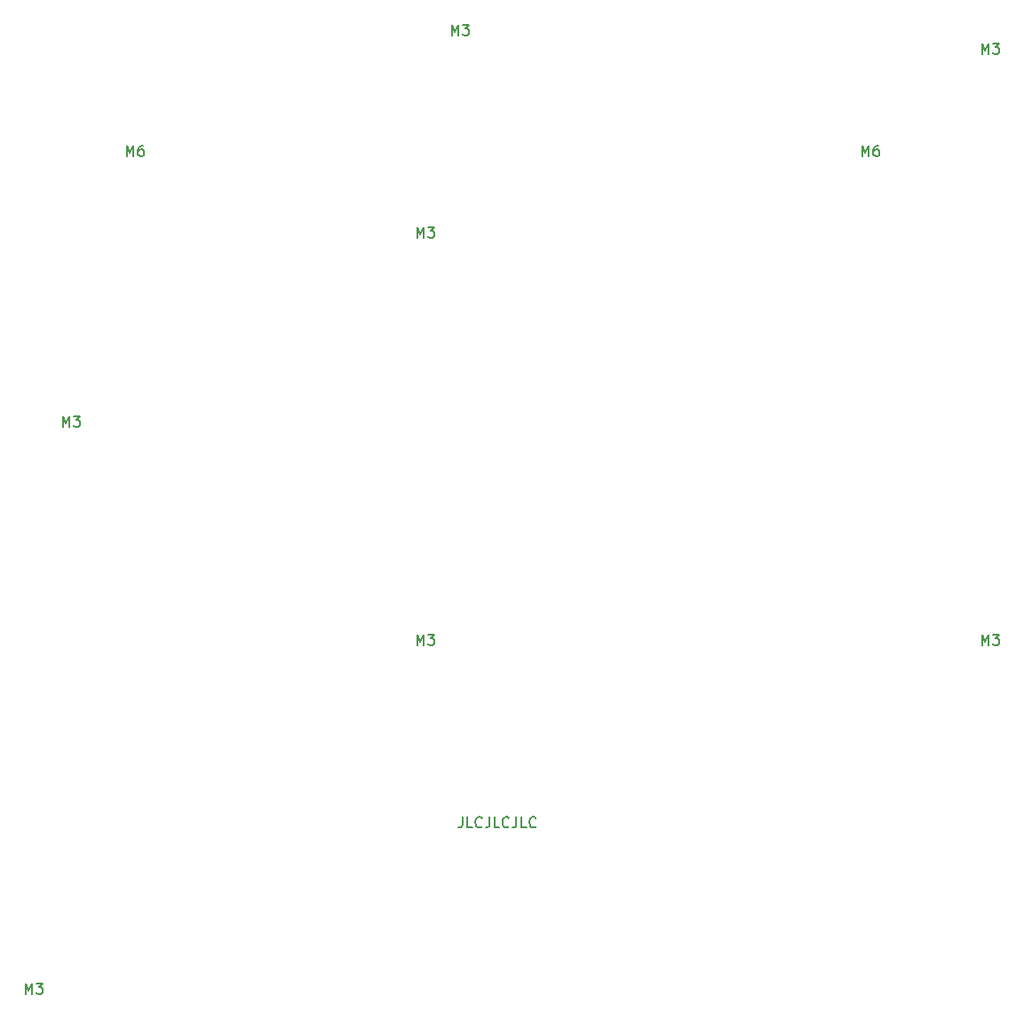
<source format=gto>
G04 #@! TF.GenerationSoftware,KiCad,Pcbnew,(5.1.9)-1*
G04 #@! TF.CreationDate,2021-06-17T16:54:06+01:00*
G04 #@! TF.ProjectId,AutoPilotBottom,4175746f-5069-46c6-9f74-426f74746f6d,0.3*
G04 #@! TF.SameCoordinates,Original*
G04 #@! TF.FileFunction,Legend,Top*
G04 #@! TF.FilePolarity,Positive*
%FSLAX46Y46*%
G04 Gerber Fmt 4.6, Leading zero omitted, Abs format (unit mm)*
G04 Created by KiCad (PCBNEW (5.1.9)-1) date 2021-06-17 16:54:06*
%MOMM*%
%LPD*%
G01*
G04 APERTURE LIST*
%ADD10C,0.200000*%
%ADD11C,0.150000*%
%ADD12C,0.177800*%
%ADD13C,3.200000*%
%ADD14C,6.400000*%
%ADD15C,12.800000*%
G04 APERTURE END LIST*
D10*
X122142666Y-127214380D02*
X122142666Y-127928666D01*
X122095047Y-128071523D01*
X121999809Y-128166761D01*
X121856952Y-128214380D01*
X121761714Y-128214380D01*
X123095047Y-128214380D02*
X122618857Y-128214380D01*
X122618857Y-127214380D01*
X123999809Y-128119142D02*
X123952190Y-128166761D01*
X123809333Y-128214380D01*
X123714095Y-128214380D01*
X123571238Y-128166761D01*
X123476000Y-128071523D01*
X123428380Y-127976285D01*
X123380761Y-127785809D01*
X123380761Y-127642952D01*
X123428380Y-127452476D01*
X123476000Y-127357238D01*
X123571238Y-127262000D01*
X123714095Y-127214380D01*
X123809333Y-127214380D01*
X123952190Y-127262000D01*
X123999809Y-127309619D01*
X124714095Y-127214380D02*
X124714095Y-127928666D01*
X124666476Y-128071523D01*
X124571238Y-128166761D01*
X124428380Y-128214380D01*
X124333142Y-128214380D01*
X125666476Y-128214380D02*
X125190285Y-128214380D01*
X125190285Y-127214380D01*
X126571238Y-128119142D02*
X126523619Y-128166761D01*
X126380761Y-128214380D01*
X126285523Y-128214380D01*
X126142666Y-128166761D01*
X126047428Y-128071523D01*
X125999809Y-127976285D01*
X125952190Y-127785809D01*
X125952190Y-127642952D01*
X125999809Y-127452476D01*
X126047428Y-127357238D01*
X126142666Y-127262000D01*
X126285523Y-127214380D01*
X126380761Y-127214380D01*
X126523619Y-127262000D01*
X126571238Y-127309619D01*
X127285523Y-127214380D02*
X127285523Y-127928666D01*
X127237904Y-128071523D01*
X127142666Y-128166761D01*
X126999809Y-128214380D01*
X126904571Y-128214380D01*
X128237904Y-128214380D02*
X127761714Y-128214380D01*
X127761714Y-127214380D01*
X129142666Y-128119142D02*
X129095047Y-128166761D01*
X128952190Y-128214380D01*
X128856952Y-128214380D01*
X128714095Y-128166761D01*
X128618857Y-128071523D01*
X128571238Y-127976285D01*
X128523619Y-127785809D01*
X128523619Y-127642952D01*
X128571238Y-127452476D01*
X128618857Y-127357238D01*
X128714095Y-127262000D01*
X128856952Y-127214380D01*
X128952190Y-127214380D01*
X129095047Y-127262000D01*
X129142666Y-127309619D01*
D11*
X84026476Y-89978380D02*
X84026476Y-88978380D01*
X84359809Y-89692666D01*
X84693142Y-88978380D01*
X84693142Y-89978380D01*
X85074095Y-88978380D02*
X85693142Y-88978380D01*
X85359809Y-89359333D01*
X85502666Y-89359333D01*
X85597904Y-89406952D01*
X85645523Y-89454571D01*
X85693142Y-89549809D01*
X85693142Y-89787904D01*
X85645523Y-89883142D01*
X85597904Y-89930761D01*
X85502666Y-89978380D01*
X85216952Y-89978380D01*
X85121714Y-89930761D01*
X85074095Y-89883142D01*
D12*
X90122476Y-64172380D02*
X90122476Y-63172380D01*
X90455809Y-63886666D01*
X90789142Y-63172380D01*
X90789142Y-64172380D01*
X91693904Y-63172380D02*
X91503428Y-63172380D01*
X91408190Y-63220000D01*
X91360571Y-63267619D01*
X91265333Y-63410476D01*
X91217714Y-63600952D01*
X91217714Y-63981904D01*
X91265333Y-64077142D01*
X91312952Y-64124761D01*
X91408190Y-64172380D01*
X91598666Y-64172380D01*
X91693904Y-64124761D01*
X91741523Y-64077142D01*
X91789142Y-63981904D01*
X91789142Y-63743809D01*
X91741523Y-63648571D01*
X91693904Y-63600952D01*
X91598666Y-63553333D01*
X91408190Y-63553333D01*
X91312952Y-63600952D01*
X91265333Y-63648571D01*
X91217714Y-63743809D01*
X160226476Y-64172380D02*
X160226476Y-63172380D01*
X160559809Y-63886666D01*
X160893142Y-63172380D01*
X160893142Y-64172380D01*
X161797904Y-63172380D02*
X161607428Y-63172380D01*
X161512190Y-63220000D01*
X161464571Y-63267619D01*
X161369333Y-63410476D01*
X161321714Y-63600952D01*
X161321714Y-63981904D01*
X161369333Y-64077142D01*
X161416952Y-64124761D01*
X161512190Y-64172380D01*
X161702666Y-64172380D01*
X161797904Y-64124761D01*
X161845523Y-64077142D01*
X161893142Y-63981904D01*
X161893142Y-63743809D01*
X161845523Y-63648571D01*
X161797904Y-63600952D01*
X161702666Y-63553333D01*
X161512190Y-63553333D01*
X161416952Y-63600952D01*
X161369333Y-63648571D01*
X161321714Y-63743809D01*
X80470476Y-144080380D02*
X80470476Y-143080380D01*
X80803809Y-143794666D01*
X81137142Y-143080380D01*
X81137142Y-144080380D01*
X81518095Y-143080380D02*
X82137142Y-143080380D01*
X81803809Y-143461333D01*
X81946666Y-143461333D01*
X82041904Y-143508952D01*
X82089523Y-143556571D01*
X82137142Y-143651809D01*
X82137142Y-143889904D01*
X82089523Y-143985142D01*
X82041904Y-144032761D01*
X81946666Y-144080380D01*
X81660952Y-144080380D01*
X81565714Y-144032761D01*
X81518095Y-143985142D01*
D11*
X117808476Y-71944380D02*
X117808476Y-70944380D01*
X118141809Y-71658666D01*
X118475142Y-70944380D01*
X118475142Y-71944380D01*
X118856095Y-70944380D02*
X119475142Y-70944380D01*
X119141809Y-71325333D01*
X119284666Y-71325333D01*
X119379904Y-71372952D01*
X119427523Y-71420571D01*
X119475142Y-71515809D01*
X119475142Y-71753904D01*
X119427523Y-71849142D01*
X119379904Y-71896761D01*
X119284666Y-71944380D01*
X118998952Y-71944380D01*
X118903714Y-71896761D01*
X118856095Y-71849142D01*
X117808476Y-110806380D02*
X117808476Y-109806380D01*
X118141809Y-110520666D01*
X118475142Y-109806380D01*
X118475142Y-110806380D01*
X118856095Y-109806380D02*
X119475142Y-109806380D01*
X119141809Y-110187333D01*
X119284666Y-110187333D01*
X119379904Y-110234952D01*
X119427523Y-110282571D01*
X119475142Y-110377809D01*
X119475142Y-110615904D01*
X119427523Y-110711142D01*
X119379904Y-110758761D01*
X119284666Y-110806380D01*
X118998952Y-110806380D01*
X118903714Y-110758761D01*
X118856095Y-110711142D01*
X121110476Y-52640380D02*
X121110476Y-51640380D01*
X121443809Y-52354666D01*
X121777142Y-51640380D01*
X121777142Y-52640380D01*
X122158095Y-51640380D02*
X122777142Y-51640380D01*
X122443809Y-52021333D01*
X122586666Y-52021333D01*
X122681904Y-52068952D01*
X122729523Y-52116571D01*
X122777142Y-52211809D01*
X122777142Y-52449904D01*
X122729523Y-52545142D01*
X122681904Y-52592761D01*
X122586666Y-52640380D01*
X122300952Y-52640380D01*
X122205714Y-52592761D01*
X122158095Y-52545142D01*
X171656476Y-54418380D02*
X171656476Y-53418380D01*
X171989809Y-54132666D01*
X172323142Y-53418380D01*
X172323142Y-54418380D01*
X172704095Y-53418380D02*
X173323142Y-53418380D01*
X172989809Y-53799333D01*
X173132666Y-53799333D01*
X173227904Y-53846952D01*
X173275523Y-53894571D01*
X173323142Y-53989809D01*
X173323142Y-54227904D01*
X173275523Y-54323142D01*
X173227904Y-54370761D01*
X173132666Y-54418380D01*
X172846952Y-54418380D01*
X172751714Y-54370761D01*
X172704095Y-54323142D01*
X171656476Y-110806380D02*
X171656476Y-109806380D01*
X171989809Y-110520666D01*
X172323142Y-109806380D01*
X172323142Y-110806380D01*
X172704095Y-109806380D02*
X173323142Y-109806380D01*
X172989809Y-110187333D01*
X173132666Y-110187333D01*
X173227904Y-110234952D01*
X173275523Y-110282571D01*
X173323142Y-110377809D01*
X173323142Y-110615904D01*
X173275523Y-110711142D01*
X173227904Y-110758761D01*
X173132666Y-110806380D01*
X172846952Y-110806380D01*
X172751714Y-110758761D01*
X172704095Y-110711142D01*
%LPC*%
D13*
X164338000Y-147828000D03*
D14*
X84836000Y-93726000D03*
D15*
X90932000Y-71120000D03*
X161036000Y-71120000D03*
D14*
X81280000Y-147828000D03*
X118618000Y-75692000D03*
X118618000Y-114554000D03*
X121920000Y-56388000D03*
X172466000Y-58166000D03*
X172466000Y-114554000D03*
M02*

</source>
